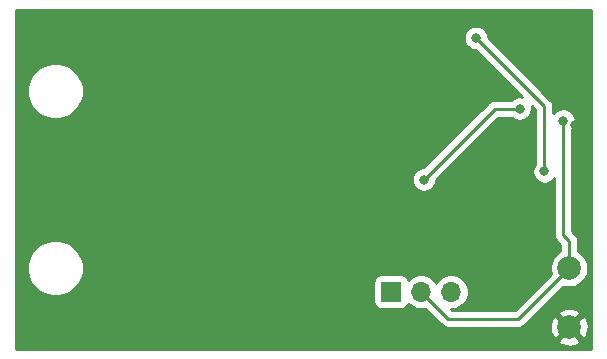
<source format=gbr>
G04 #@! TF.GenerationSoftware,KiCad,Pcbnew,(5.1.5-0-10_14)*
G04 #@! TF.CreationDate,2020-09-29T12:48:30-04:00*
G04 #@! TF.ProjectId,ESLO_RB_DEBUG,45534c4f-5f52-4425-9f44-454255472e6b,rev?*
G04 #@! TF.SameCoordinates,Original*
G04 #@! TF.FileFunction,Copper,L2,Bot*
G04 #@! TF.FilePolarity,Positive*
%FSLAX46Y46*%
G04 Gerber Fmt 4.6, Leading zero omitted, Abs format (unit mm)*
G04 Created by KiCad (PCBNEW (5.1.5-0-10_14)) date 2020-09-29 12:48:30*
%MOMM*%
%LPD*%
G04 APERTURE LIST*
%ADD10C,2.000000*%
%ADD11O,1.700000X1.700000*%
%ADD12R,1.700000X1.700000*%
%ADD13C,0.800000*%
%ADD14C,0.250000*%
%ADD15C,0.254000*%
G04 APERTURE END LIST*
D10*
X169500000Y-99500000D03*
X169500000Y-94500000D03*
D11*
X159500000Y-96500000D03*
X156960000Y-96500000D03*
D12*
X154420000Y-96500000D03*
D13*
X128000000Y-87000000D03*
X167400000Y-88900000D03*
X152400000Y-77500000D03*
X168100000Y-78800000D03*
X170000000Y-82400000D03*
X165300000Y-81000000D03*
X157200000Y-87000000D03*
X169000000Y-82000000D03*
X161600000Y-75000000D03*
X167399986Y-86300000D03*
D14*
X163200000Y-81000000D02*
X157200000Y-87000000D01*
X165300000Y-81000000D02*
X163200000Y-81000000D01*
X169500000Y-92200000D02*
X169500000Y-94500000D01*
X169000000Y-91700000D02*
X169500000Y-92200000D01*
X169000000Y-82000000D02*
X169000000Y-91700000D01*
X165200000Y-98800000D02*
X168500001Y-95499999D01*
X159260000Y-98800000D02*
X165200000Y-98800000D01*
X168500001Y-95499999D02*
X169500000Y-94500000D01*
X156960000Y-96500000D02*
X159260000Y-98800000D01*
X167399986Y-85734315D02*
X167399986Y-86300000D01*
X161600000Y-75000000D02*
X167399986Y-80799986D01*
X167399986Y-80799986D02*
X167399986Y-85734315D01*
D15*
G36*
X171340000Y-101340000D02*
G01*
X122660000Y-101340000D01*
X122660000Y-100635413D01*
X168544192Y-100635413D01*
X168639956Y-100899814D01*
X168929571Y-101040704D01*
X169241108Y-101122384D01*
X169562595Y-101141718D01*
X169881675Y-101097961D01*
X170186088Y-100992795D01*
X170360044Y-100899814D01*
X170455808Y-100635413D01*
X169500000Y-99679605D01*
X168544192Y-100635413D01*
X122660000Y-100635413D01*
X122660000Y-94264759D01*
X123611557Y-94264759D01*
X123611557Y-94735241D01*
X123703343Y-95196683D01*
X123883389Y-95631352D01*
X124144775Y-96022544D01*
X124477456Y-96355225D01*
X124868648Y-96616611D01*
X125303317Y-96796657D01*
X125764759Y-96888443D01*
X126235241Y-96888443D01*
X126696683Y-96796657D01*
X127131352Y-96616611D01*
X127522544Y-96355225D01*
X127855225Y-96022544D01*
X128104150Y-95650000D01*
X152931928Y-95650000D01*
X152931928Y-97350000D01*
X152944188Y-97474482D01*
X152980498Y-97594180D01*
X153039463Y-97704494D01*
X153118815Y-97801185D01*
X153215506Y-97880537D01*
X153325820Y-97939502D01*
X153445518Y-97975812D01*
X153570000Y-97988072D01*
X155270000Y-97988072D01*
X155394482Y-97975812D01*
X155514180Y-97939502D01*
X155624494Y-97880537D01*
X155721185Y-97801185D01*
X155800537Y-97704494D01*
X155859502Y-97594180D01*
X155881513Y-97521620D01*
X156013368Y-97653475D01*
X156256589Y-97815990D01*
X156526842Y-97927932D01*
X156813740Y-97985000D01*
X157106260Y-97985000D01*
X157326408Y-97941209D01*
X158696201Y-99311003D01*
X158719999Y-99340001D01*
X158835724Y-99434974D01*
X158967753Y-99505546D01*
X159111014Y-99549003D01*
X159222667Y-99560000D01*
X159222676Y-99560000D01*
X159259999Y-99563676D01*
X159297322Y-99560000D01*
X165162678Y-99560000D01*
X165200000Y-99563676D01*
X165210975Y-99562595D01*
X167858282Y-99562595D01*
X167902039Y-99881675D01*
X168007205Y-100186088D01*
X168100186Y-100360044D01*
X168364587Y-100455808D01*
X169320395Y-99500000D01*
X169679605Y-99500000D01*
X170635413Y-100455808D01*
X170899814Y-100360044D01*
X171040704Y-100070429D01*
X171122384Y-99758892D01*
X171141718Y-99437405D01*
X171097961Y-99118325D01*
X170992795Y-98813912D01*
X170899814Y-98639956D01*
X170635413Y-98544192D01*
X169679605Y-99500000D01*
X169320395Y-99500000D01*
X168364587Y-98544192D01*
X168100186Y-98639956D01*
X167959296Y-98929571D01*
X167877616Y-99241108D01*
X167858282Y-99562595D01*
X165210975Y-99562595D01*
X165237322Y-99560000D01*
X165237333Y-99560000D01*
X165348986Y-99549003D01*
X165492247Y-99505546D01*
X165624276Y-99434974D01*
X165740001Y-99340001D01*
X165763804Y-99310997D01*
X166710214Y-98364587D01*
X168544192Y-98364587D01*
X169500000Y-99320395D01*
X170455808Y-98364587D01*
X170360044Y-98100186D01*
X170070429Y-97959296D01*
X169758892Y-97877616D01*
X169437405Y-97858282D01*
X169118325Y-97902039D01*
X168813912Y-98007205D01*
X168639956Y-98100186D01*
X168544192Y-98364587D01*
X166710214Y-98364587D01*
X169008625Y-96066177D01*
X169023088Y-96072168D01*
X169338967Y-96135000D01*
X169661033Y-96135000D01*
X169976912Y-96072168D01*
X170274463Y-95948918D01*
X170542252Y-95769987D01*
X170769987Y-95542252D01*
X170948918Y-95274463D01*
X171072168Y-94976912D01*
X171135000Y-94661033D01*
X171135000Y-94338967D01*
X171072168Y-94023088D01*
X170948918Y-93725537D01*
X170769987Y-93457748D01*
X170542252Y-93230013D01*
X170274463Y-93051082D01*
X170260000Y-93045091D01*
X170260000Y-92237325D01*
X170263676Y-92200000D01*
X170260000Y-92162675D01*
X170260000Y-92162667D01*
X170249003Y-92051014D01*
X170205546Y-91907753D01*
X170134974Y-91775724D01*
X170040001Y-91659999D01*
X170010998Y-91636197D01*
X169760000Y-91385199D01*
X169760000Y-82703711D01*
X169803937Y-82659774D01*
X169917205Y-82490256D01*
X169995226Y-82301898D01*
X170035000Y-82101939D01*
X170035000Y-81898061D01*
X169995226Y-81698102D01*
X169917205Y-81509744D01*
X169803937Y-81340226D01*
X169659774Y-81196063D01*
X169490256Y-81082795D01*
X169301898Y-81004774D01*
X169101939Y-80965000D01*
X168898061Y-80965000D01*
X168698102Y-81004774D01*
X168509744Y-81082795D01*
X168340226Y-81196063D01*
X168196063Y-81340226D01*
X168159986Y-81394219D01*
X168159986Y-80837309D01*
X168163662Y-80799986D01*
X168159986Y-80762663D01*
X168159986Y-80762653D01*
X168148989Y-80651000D01*
X168105532Y-80507739D01*
X168034960Y-80375710D01*
X167939987Y-80259985D01*
X167910990Y-80236188D01*
X162635000Y-74960199D01*
X162635000Y-74898061D01*
X162595226Y-74698102D01*
X162517205Y-74509744D01*
X162403937Y-74340226D01*
X162259774Y-74196063D01*
X162090256Y-74082795D01*
X161901898Y-74004774D01*
X161701939Y-73965000D01*
X161498061Y-73965000D01*
X161298102Y-74004774D01*
X161109744Y-74082795D01*
X160940226Y-74196063D01*
X160796063Y-74340226D01*
X160682795Y-74509744D01*
X160604774Y-74698102D01*
X160565000Y-74898061D01*
X160565000Y-75101939D01*
X160604774Y-75301898D01*
X160682795Y-75490256D01*
X160796063Y-75659774D01*
X160940226Y-75803937D01*
X161109744Y-75917205D01*
X161298102Y-75995226D01*
X161498061Y-76035000D01*
X161560199Y-76035000D01*
X165512113Y-79986915D01*
X165401939Y-79965000D01*
X165198061Y-79965000D01*
X164998102Y-80004774D01*
X164809744Y-80082795D01*
X164640226Y-80196063D01*
X164596289Y-80240000D01*
X163237322Y-80240000D01*
X163199999Y-80236324D01*
X163162676Y-80240000D01*
X163162667Y-80240000D01*
X163051014Y-80250997D01*
X162907753Y-80294454D01*
X162775724Y-80365026D01*
X162775722Y-80365027D01*
X162775723Y-80365027D01*
X162688996Y-80436201D01*
X162688992Y-80436205D01*
X162659999Y-80459999D01*
X162636205Y-80488992D01*
X157160199Y-85965000D01*
X157098061Y-85965000D01*
X156898102Y-86004774D01*
X156709744Y-86082795D01*
X156540226Y-86196063D01*
X156396063Y-86340226D01*
X156282795Y-86509744D01*
X156204774Y-86698102D01*
X156165000Y-86898061D01*
X156165000Y-87101939D01*
X156204774Y-87301898D01*
X156282795Y-87490256D01*
X156396063Y-87659774D01*
X156540226Y-87803937D01*
X156709744Y-87917205D01*
X156898102Y-87995226D01*
X157098061Y-88035000D01*
X157301939Y-88035000D01*
X157501898Y-87995226D01*
X157690256Y-87917205D01*
X157859774Y-87803937D01*
X158003937Y-87659774D01*
X158117205Y-87490256D01*
X158195226Y-87301898D01*
X158235000Y-87101939D01*
X158235000Y-87039801D01*
X163514803Y-81760000D01*
X164596289Y-81760000D01*
X164640226Y-81803937D01*
X164809744Y-81917205D01*
X164998102Y-81995226D01*
X165198061Y-82035000D01*
X165401939Y-82035000D01*
X165601898Y-81995226D01*
X165790256Y-81917205D01*
X165959774Y-81803937D01*
X166103937Y-81659774D01*
X166217205Y-81490256D01*
X166295226Y-81301898D01*
X166335000Y-81101939D01*
X166335000Y-80898061D01*
X166313085Y-80787887D01*
X166639986Y-81114788D01*
X166639987Y-85596288D01*
X166596049Y-85640226D01*
X166482781Y-85809744D01*
X166404760Y-85998102D01*
X166364986Y-86198061D01*
X166364986Y-86401939D01*
X166404760Y-86601898D01*
X166482781Y-86790256D01*
X166596049Y-86959774D01*
X166740212Y-87103937D01*
X166909730Y-87217205D01*
X167098088Y-87295226D01*
X167298047Y-87335000D01*
X167501925Y-87335000D01*
X167701884Y-87295226D01*
X167890242Y-87217205D01*
X168059760Y-87103937D01*
X168203923Y-86959774D01*
X168240001Y-86905780D01*
X168240001Y-91662668D01*
X168236324Y-91700000D01*
X168250998Y-91848985D01*
X168294454Y-91992246D01*
X168365026Y-92124276D01*
X168436201Y-92211002D01*
X168460000Y-92240001D01*
X168488998Y-92263799D01*
X168740000Y-92514801D01*
X168740000Y-93045091D01*
X168725537Y-93051082D01*
X168457748Y-93230013D01*
X168230013Y-93457748D01*
X168051082Y-93725537D01*
X167927832Y-94023088D01*
X167865000Y-94338967D01*
X167865000Y-94661033D01*
X167927832Y-94976912D01*
X167933823Y-94991375D01*
X164885199Y-98040000D01*
X159574802Y-98040000D01*
X159519802Y-97985000D01*
X159646260Y-97985000D01*
X159933158Y-97927932D01*
X160203411Y-97815990D01*
X160446632Y-97653475D01*
X160653475Y-97446632D01*
X160815990Y-97203411D01*
X160927932Y-96933158D01*
X160985000Y-96646260D01*
X160985000Y-96353740D01*
X160927932Y-96066842D01*
X160815990Y-95796589D01*
X160653475Y-95553368D01*
X160446632Y-95346525D01*
X160203411Y-95184010D01*
X159933158Y-95072068D01*
X159646260Y-95015000D01*
X159353740Y-95015000D01*
X159066842Y-95072068D01*
X158796589Y-95184010D01*
X158553368Y-95346525D01*
X158346525Y-95553368D01*
X158230000Y-95727760D01*
X158113475Y-95553368D01*
X157906632Y-95346525D01*
X157663411Y-95184010D01*
X157393158Y-95072068D01*
X157106260Y-95015000D01*
X156813740Y-95015000D01*
X156526842Y-95072068D01*
X156256589Y-95184010D01*
X156013368Y-95346525D01*
X155881513Y-95478380D01*
X155859502Y-95405820D01*
X155800537Y-95295506D01*
X155721185Y-95198815D01*
X155624494Y-95119463D01*
X155514180Y-95060498D01*
X155394482Y-95024188D01*
X155270000Y-95011928D01*
X153570000Y-95011928D01*
X153445518Y-95024188D01*
X153325820Y-95060498D01*
X153215506Y-95119463D01*
X153118815Y-95198815D01*
X153039463Y-95295506D01*
X152980498Y-95405820D01*
X152944188Y-95525518D01*
X152931928Y-95650000D01*
X128104150Y-95650000D01*
X128116611Y-95631352D01*
X128296657Y-95196683D01*
X128388443Y-94735241D01*
X128388443Y-94264759D01*
X128296657Y-93803317D01*
X128116611Y-93368648D01*
X127855225Y-92977456D01*
X127522544Y-92644775D01*
X127131352Y-92383389D01*
X126696683Y-92203343D01*
X126235241Y-92111557D01*
X125764759Y-92111557D01*
X125303317Y-92203343D01*
X124868648Y-92383389D01*
X124477456Y-92644775D01*
X124144775Y-92977456D01*
X123883389Y-93368648D01*
X123703343Y-93803317D01*
X123611557Y-94264759D01*
X122660000Y-94264759D01*
X122660000Y-79264759D01*
X123611557Y-79264759D01*
X123611557Y-79735241D01*
X123703343Y-80196683D01*
X123883389Y-80631352D01*
X124144775Y-81022544D01*
X124477456Y-81355225D01*
X124868648Y-81616611D01*
X125303317Y-81796657D01*
X125764759Y-81888443D01*
X126235241Y-81888443D01*
X126696683Y-81796657D01*
X127131352Y-81616611D01*
X127522544Y-81355225D01*
X127855225Y-81022544D01*
X128116611Y-80631352D01*
X128296657Y-80196683D01*
X128388443Y-79735241D01*
X128388443Y-79264759D01*
X128296657Y-78803317D01*
X128116611Y-78368648D01*
X127855225Y-77977456D01*
X127522544Y-77644775D01*
X127131352Y-77383389D01*
X126696683Y-77203343D01*
X126235241Y-77111557D01*
X125764759Y-77111557D01*
X125303317Y-77203343D01*
X124868648Y-77383389D01*
X124477456Y-77644775D01*
X124144775Y-77977456D01*
X123883389Y-78368648D01*
X123703343Y-78803317D01*
X123611557Y-79264759D01*
X122660000Y-79264759D01*
X122660000Y-72660000D01*
X171340001Y-72660000D01*
X171340000Y-101340000D01*
G37*
X171340000Y-101340000D02*
X122660000Y-101340000D01*
X122660000Y-100635413D01*
X168544192Y-100635413D01*
X168639956Y-100899814D01*
X168929571Y-101040704D01*
X169241108Y-101122384D01*
X169562595Y-101141718D01*
X169881675Y-101097961D01*
X170186088Y-100992795D01*
X170360044Y-100899814D01*
X170455808Y-100635413D01*
X169500000Y-99679605D01*
X168544192Y-100635413D01*
X122660000Y-100635413D01*
X122660000Y-94264759D01*
X123611557Y-94264759D01*
X123611557Y-94735241D01*
X123703343Y-95196683D01*
X123883389Y-95631352D01*
X124144775Y-96022544D01*
X124477456Y-96355225D01*
X124868648Y-96616611D01*
X125303317Y-96796657D01*
X125764759Y-96888443D01*
X126235241Y-96888443D01*
X126696683Y-96796657D01*
X127131352Y-96616611D01*
X127522544Y-96355225D01*
X127855225Y-96022544D01*
X128104150Y-95650000D01*
X152931928Y-95650000D01*
X152931928Y-97350000D01*
X152944188Y-97474482D01*
X152980498Y-97594180D01*
X153039463Y-97704494D01*
X153118815Y-97801185D01*
X153215506Y-97880537D01*
X153325820Y-97939502D01*
X153445518Y-97975812D01*
X153570000Y-97988072D01*
X155270000Y-97988072D01*
X155394482Y-97975812D01*
X155514180Y-97939502D01*
X155624494Y-97880537D01*
X155721185Y-97801185D01*
X155800537Y-97704494D01*
X155859502Y-97594180D01*
X155881513Y-97521620D01*
X156013368Y-97653475D01*
X156256589Y-97815990D01*
X156526842Y-97927932D01*
X156813740Y-97985000D01*
X157106260Y-97985000D01*
X157326408Y-97941209D01*
X158696201Y-99311003D01*
X158719999Y-99340001D01*
X158835724Y-99434974D01*
X158967753Y-99505546D01*
X159111014Y-99549003D01*
X159222667Y-99560000D01*
X159222676Y-99560000D01*
X159259999Y-99563676D01*
X159297322Y-99560000D01*
X165162678Y-99560000D01*
X165200000Y-99563676D01*
X165210975Y-99562595D01*
X167858282Y-99562595D01*
X167902039Y-99881675D01*
X168007205Y-100186088D01*
X168100186Y-100360044D01*
X168364587Y-100455808D01*
X169320395Y-99500000D01*
X169679605Y-99500000D01*
X170635413Y-100455808D01*
X170899814Y-100360044D01*
X171040704Y-100070429D01*
X171122384Y-99758892D01*
X171141718Y-99437405D01*
X171097961Y-99118325D01*
X170992795Y-98813912D01*
X170899814Y-98639956D01*
X170635413Y-98544192D01*
X169679605Y-99500000D01*
X169320395Y-99500000D01*
X168364587Y-98544192D01*
X168100186Y-98639956D01*
X167959296Y-98929571D01*
X167877616Y-99241108D01*
X167858282Y-99562595D01*
X165210975Y-99562595D01*
X165237322Y-99560000D01*
X165237333Y-99560000D01*
X165348986Y-99549003D01*
X165492247Y-99505546D01*
X165624276Y-99434974D01*
X165740001Y-99340001D01*
X165763804Y-99310997D01*
X166710214Y-98364587D01*
X168544192Y-98364587D01*
X169500000Y-99320395D01*
X170455808Y-98364587D01*
X170360044Y-98100186D01*
X170070429Y-97959296D01*
X169758892Y-97877616D01*
X169437405Y-97858282D01*
X169118325Y-97902039D01*
X168813912Y-98007205D01*
X168639956Y-98100186D01*
X168544192Y-98364587D01*
X166710214Y-98364587D01*
X169008625Y-96066177D01*
X169023088Y-96072168D01*
X169338967Y-96135000D01*
X169661033Y-96135000D01*
X169976912Y-96072168D01*
X170274463Y-95948918D01*
X170542252Y-95769987D01*
X170769987Y-95542252D01*
X170948918Y-95274463D01*
X171072168Y-94976912D01*
X171135000Y-94661033D01*
X171135000Y-94338967D01*
X171072168Y-94023088D01*
X170948918Y-93725537D01*
X170769987Y-93457748D01*
X170542252Y-93230013D01*
X170274463Y-93051082D01*
X170260000Y-93045091D01*
X170260000Y-92237325D01*
X170263676Y-92200000D01*
X170260000Y-92162675D01*
X170260000Y-92162667D01*
X170249003Y-92051014D01*
X170205546Y-91907753D01*
X170134974Y-91775724D01*
X170040001Y-91659999D01*
X170010998Y-91636197D01*
X169760000Y-91385199D01*
X169760000Y-82703711D01*
X169803937Y-82659774D01*
X169917205Y-82490256D01*
X169995226Y-82301898D01*
X170035000Y-82101939D01*
X170035000Y-81898061D01*
X169995226Y-81698102D01*
X169917205Y-81509744D01*
X169803937Y-81340226D01*
X169659774Y-81196063D01*
X169490256Y-81082795D01*
X169301898Y-81004774D01*
X169101939Y-80965000D01*
X168898061Y-80965000D01*
X168698102Y-81004774D01*
X168509744Y-81082795D01*
X168340226Y-81196063D01*
X168196063Y-81340226D01*
X168159986Y-81394219D01*
X168159986Y-80837309D01*
X168163662Y-80799986D01*
X168159986Y-80762663D01*
X168159986Y-80762653D01*
X168148989Y-80651000D01*
X168105532Y-80507739D01*
X168034960Y-80375710D01*
X167939987Y-80259985D01*
X167910990Y-80236188D01*
X162635000Y-74960199D01*
X162635000Y-74898061D01*
X162595226Y-74698102D01*
X162517205Y-74509744D01*
X162403937Y-74340226D01*
X162259774Y-74196063D01*
X162090256Y-74082795D01*
X161901898Y-74004774D01*
X161701939Y-73965000D01*
X161498061Y-73965000D01*
X161298102Y-74004774D01*
X161109744Y-74082795D01*
X160940226Y-74196063D01*
X160796063Y-74340226D01*
X160682795Y-74509744D01*
X160604774Y-74698102D01*
X160565000Y-74898061D01*
X160565000Y-75101939D01*
X160604774Y-75301898D01*
X160682795Y-75490256D01*
X160796063Y-75659774D01*
X160940226Y-75803937D01*
X161109744Y-75917205D01*
X161298102Y-75995226D01*
X161498061Y-76035000D01*
X161560199Y-76035000D01*
X165512113Y-79986915D01*
X165401939Y-79965000D01*
X165198061Y-79965000D01*
X164998102Y-80004774D01*
X164809744Y-80082795D01*
X164640226Y-80196063D01*
X164596289Y-80240000D01*
X163237322Y-80240000D01*
X163199999Y-80236324D01*
X163162676Y-80240000D01*
X163162667Y-80240000D01*
X163051014Y-80250997D01*
X162907753Y-80294454D01*
X162775724Y-80365026D01*
X162775722Y-80365027D01*
X162775723Y-80365027D01*
X162688996Y-80436201D01*
X162688992Y-80436205D01*
X162659999Y-80459999D01*
X162636205Y-80488992D01*
X157160199Y-85965000D01*
X157098061Y-85965000D01*
X156898102Y-86004774D01*
X156709744Y-86082795D01*
X156540226Y-86196063D01*
X156396063Y-86340226D01*
X156282795Y-86509744D01*
X156204774Y-86698102D01*
X156165000Y-86898061D01*
X156165000Y-87101939D01*
X156204774Y-87301898D01*
X156282795Y-87490256D01*
X156396063Y-87659774D01*
X156540226Y-87803937D01*
X156709744Y-87917205D01*
X156898102Y-87995226D01*
X157098061Y-88035000D01*
X157301939Y-88035000D01*
X157501898Y-87995226D01*
X157690256Y-87917205D01*
X157859774Y-87803937D01*
X158003937Y-87659774D01*
X158117205Y-87490256D01*
X158195226Y-87301898D01*
X158235000Y-87101939D01*
X158235000Y-87039801D01*
X163514803Y-81760000D01*
X164596289Y-81760000D01*
X164640226Y-81803937D01*
X164809744Y-81917205D01*
X164998102Y-81995226D01*
X165198061Y-82035000D01*
X165401939Y-82035000D01*
X165601898Y-81995226D01*
X165790256Y-81917205D01*
X165959774Y-81803937D01*
X166103937Y-81659774D01*
X166217205Y-81490256D01*
X166295226Y-81301898D01*
X166335000Y-81101939D01*
X166335000Y-80898061D01*
X166313085Y-80787887D01*
X166639986Y-81114788D01*
X166639987Y-85596288D01*
X166596049Y-85640226D01*
X166482781Y-85809744D01*
X166404760Y-85998102D01*
X166364986Y-86198061D01*
X166364986Y-86401939D01*
X166404760Y-86601898D01*
X166482781Y-86790256D01*
X166596049Y-86959774D01*
X166740212Y-87103937D01*
X166909730Y-87217205D01*
X167098088Y-87295226D01*
X167298047Y-87335000D01*
X167501925Y-87335000D01*
X167701884Y-87295226D01*
X167890242Y-87217205D01*
X168059760Y-87103937D01*
X168203923Y-86959774D01*
X168240001Y-86905780D01*
X168240001Y-91662668D01*
X168236324Y-91700000D01*
X168250998Y-91848985D01*
X168294454Y-91992246D01*
X168365026Y-92124276D01*
X168436201Y-92211002D01*
X168460000Y-92240001D01*
X168488998Y-92263799D01*
X168740000Y-92514801D01*
X168740000Y-93045091D01*
X168725537Y-93051082D01*
X168457748Y-93230013D01*
X168230013Y-93457748D01*
X168051082Y-93725537D01*
X167927832Y-94023088D01*
X167865000Y-94338967D01*
X167865000Y-94661033D01*
X167927832Y-94976912D01*
X167933823Y-94991375D01*
X164885199Y-98040000D01*
X159574802Y-98040000D01*
X159519802Y-97985000D01*
X159646260Y-97985000D01*
X159933158Y-97927932D01*
X160203411Y-97815990D01*
X160446632Y-97653475D01*
X160653475Y-97446632D01*
X160815990Y-97203411D01*
X160927932Y-96933158D01*
X160985000Y-96646260D01*
X160985000Y-96353740D01*
X160927932Y-96066842D01*
X160815990Y-95796589D01*
X160653475Y-95553368D01*
X160446632Y-95346525D01*
X160203411Y-95184010D01*
X159933158Y-95072068D01*
X159646260Y-95015000D01*
X159353740Y-95015000D01*
X159066842Y-95072068D01*
X158796589Y-95184010D01*
X158553368Y-95346525D01*
X158346525Y-95553368D01*
X158230000Y-95727760D01*
X158113475Y-95553368D01*
X157906632Y-95346525D01*
X157663411Y-95184010D01*
X157393158Y-95072068D01*
X157106260Y-95015000D01*
X156813740Y-95015000D01*
X156526842Y-95072068D01*
X156256589Y-95184010D01*
X156013368Y-95346525D01*
X155881513Y-95478380D01*
X155859502Y-95405820D01*
X155800537Y-95295506D01*
X155721185Y-95198815D01*
X155624494Y-95119463D01*
X155514180Y-95060498D01*
X155394482Y-95024188D01*
X155270000Y-95011928D01*
X153570000Y-95011928D01*
X153445518Y-95024188D01*
X153325820Y-95060498D01*
X153215506Y-95119463D01*
X153118815Y-95198815D01*
X153039463Y-95295506D01*
X152980498Y-95405820D01*
X152944188Y-95525518D01*
X152931928Y-95650000D01*
X128104150Y-95650000D01*
X128116611Y-95631352D01*
X128296657Y-95196683D01*
X128388443Y-94735241D01*
X128388443Y-94264759D01*
X128296657Y-93803317D01*
X128116611Y-93368648D01*
X127855225Y-92977456D01*
X127522544Y-92644775D01*
X127131352Y-92383389D01*
X126696683Y-92203343D01*
X126235241Y-92111557D01*
X125764759Y-92111557D01*
X125303317Y-92203343D01*
X124868648Y-92383389D01*
X124477456Y-92644775D01*
X124144775Y-92977456D01*
X123883389Y-93368648D01*
X123703343Y-93803317D01*
X123611557Y-94264759D01*
X122660000Y-94264759D01*
X122660000Y-79264759D01*
X123611557Y-79264759D01*
X123611557Y-79735241D01*
X123703343Y-80196683D01*
X123883389Y-80631352D01*
X124144775Y-81022544D01*
X124477456Y-81355225D01*
X124868648Y-81616611D01*
X125303317Y-81796657D01*
X125764759Y-81888443D01*
X126235241Y-81888443D01*
X126696683Y-81796657D01*
X127131352Y-81616611D01*
X127522544Y-81355225D01*
X127855225Y-81022544D01*
X128116611Y-80631352D01*
X128296657Y-80196683D01*
X128388443Y-79735241D01*
X128388443Y-79264759D01*
X128296657Y-78803317D01*
X128116611Y-78368648D01*
X127855225Y-77977456D01*
X127522544Y-77644775D01*
X127131352Y-77383389D01*
X126696683Y-77203343D01*
X126235241Y-77111557D01*
X125764759Y-77111557D01*
X125303317Y-77203343D01*
X124868648Y-77383389D01*
X124477456Y-77644775D01*
X124144775Y-77977456D01*
X123883389Y-78368648D01*
X123703343Y-78803317D01*
X123611557Y-79264759D01*
X122660000Y-79264759D01*
X122660000Y-72660000D01*
X171340001Y-72660000D01*
X171340000Y-101340000D01*
M02*

</source>
